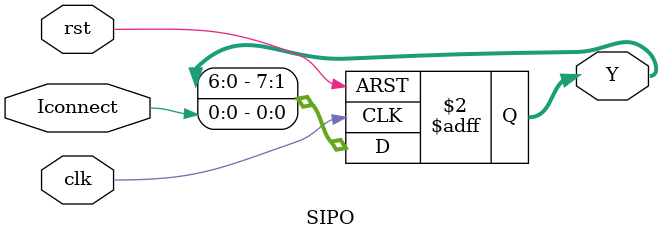
<source format=v>
`timescale 1ns / 1ps


module SIPO(
input clk,
input rst,
input Iconnect,
output reg [7:0] Y
    );
    
//    USING DFFs
//    wire [7:0] load;
//    DFF Block0(.clk(clk), .rst(rst), .D(Iconnect), .Q(load[0]));
//    DFF Block1(.clk(clk), .rst(rst), .D(load[0]), .Q(load[1]));
//    DFF Block2(.clk(clk), .rst(rst), .D(load[1]), .Q(load[2]));
//    DFF Block3(.clk(clk), .rst(rst), .D(load[2]), .Q(load[3]));
//    DFF Block4(.clk(clk), .rst(rst), .D(load[3]), .Q(load[4]));
//    DFF Block5(.clk(clk), .rst(rst), .D(load[4]), .Q(load[5]));
//    DFF Block6(.clk(clk), .rst(rst), .D(load[5]), .Q(load[6]));
//    DFF Block7(.clk(clk), .rst(rst), .D(load[6]), .Q(load[7]));
    
//    assign Y = load;
    
    always @(posedge clk or posedge rst) begin
        if (rst) begin
            Y <= 8'b0; 
        end else begin
            Y <= {Y[6:0], Iconnect}; 
        end
    end
endmodule

</source>
